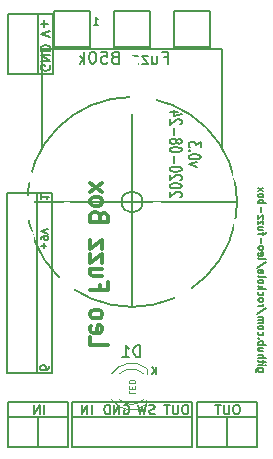
<source format=gbr>
%TF.GenerationSoftware,KiCad,Pcbnew,6.0.0+dfsg1-2*%
%TF.CreationDate,2022-01-11T20:53:16+02:00*%
%TF.ProjectId,leo-fuzz-box,6c656f2d-6675-47a7-9a2d-626f782e6b69,rev?*%
%TF.SameCoordinates,Original*%
%TF.FileFunction,Legend,Bot*%
%TF.FilePolarity,Positive*%
%FSLAX46Y46*%
G04 Gerber Fmt 4.6, Leading zero omitted, Abs format (unit mm)*
G04 Created by KiCad (PCBNEW 6.0.0+dfsg1-2) date 2022-01-11 20:53:16*
%MOMM*%
%LPD*%
G01*
G04 APERTURE LIST*
%ADD10C,0.127000*%
%ADD11C,0.150000*%
%ADD12C,0.300000*%
%ADD13C,0.100000*%
%ADD14C,0.120000*%
%ADD15O,1.930400X1.930400*%
%ADD16R,1.930400X1.930400*%
%ADD17C,1.600000*%
%ADD18O,1.600000X1.600000*%
%ADD19R,2.540000X2.540000*%
%ADD20O,2.540000X2.540000*%
%ADD21R,1.600000X1.600000*%
%ADD22R,2.032000X2.032000*%
%ADD23O,2.032000X2.032000*%
%ADD24R,2.200000X2.200000*%
%ADD25O,2.200000X2.200000*%
%ADD26R,1.800000X1.800000*%
%ADD27C,1.800000*%
G04 APERTURE END LIST*
D10*
X104956085Y-52989028D02*
X104289419Y-52810457D01*
X104956085Y-52631885D01*
X105289419Y-52203314D02*
X105289419Y-52131885D01*
X105241800Y-52060457D01*
X105194180Y-52024742D01*
X105098942Y-51989028D01*
X104908466Y-51953314D01*
X104670371Y-51953314D01*
X104479895Y-51989028D01*
X104384657Y-52024742D01*
X104337038Y-52060457D01*
X104289419Y-52131885D01*
X104289419Y-52203314D01*
X104337038Y-52274742D01*
X104384657Y-52310457D01*
X104479895Y-52346171D01*
X104670371Y-52381885D01*
X104908466Y-52381885D01*
X105098942Y-52346171D01*
X105194180Y-52310457D01*
X105241800Y-52274742D01*
X105289419Y-52203314D01*
X104384657Y-51631885D02*
X104337038Y-51596171D01*
X104289419Y-51631885D01*
X104337038Y-51667600D01*
X104384657Y-51631885D01*
X104289419Y-51631885D01*
X105289419Y-51346171D02*
X105289419Y-50881885D01*
X104908466Y-51131885D01*
X104908466Y-51024742D01*
X104860847Y-50953314D01*
X104813228Y-50917600D01*
X104717990Y-50881885D01*
X104479895Y-50881885D01*
X104384657Y-50917600D01*
X104337038Y-50953314D01*
X104289419Y-51024742D01*
X104289419Y-51239028D01*
X104337038Y-51310457D01*
X104384657Y-51346171D01*
X103584180Y-55560457D02*
X103631800Y-55524742D01*
X103679419Y-55453314D01*
X103679419Y-55274742D01*
X103631800Y-55203314D01*
X103584180Y-55167600D01*
X103488942Y-55131885D01*
X103393704Y-55131885D01*
X103250847Y-55167600D01*
X102679419Y-55596171D01*
X102679419Y-55131885D01*
X103679419Y-54667600D02*
X103679419Y-54596171D01*
X103631800Y-54524742D01*
X103584180Y-54489028D01*
X103488942Y-54453314D01*
X103298466Y-54417600D01*
X103060371Y-54417600D01*
X102869895Y-54453314D01*
X102774657Y-54489028D01*
X102727038Y-54524742D01*
X102679419Y-54596171D01*
X102679419Y-54667600D01*
X102727038Y-54739028D01*
X102774657Y-54774742D01*
X102869895Y-54810457D01*
X103060371Y-54846171D01*
X103298466Y-54846171D01*
X103488942Y-54810457D01*
X103584180Y-54774742D01*
X103631800Y-54739028D01*
X103679419Y-54667600D01*
X103584180Y-54131885D02*
X103631800Y-54096171D01*
X103679419Y-54024742D01*
X103679419Y-53846171D01*
X103631800Y-53774742D01*
X103584180Y-53739028D01*
X103488942Y-53703314D01*
X103393704Y-53703314D01*
X103250847Y-53739028D01*
X102679419Y-54167600D01*
X102679419Y-53703314D01*
X103679419Y-53239028D02*
X103679419Y-53167600D01*
X103631800Y-53096171D01*
X103584180Y-53060457D01*
X103488942Y-53024742D01*
X103298466Y-52989028D01*
X103060371Y-52989028D01*
X102869895Y-53024742D01*
X102774657Y-53060457D01*
X102727038Y-53096171D01*
X102679419Y-53167600D01*
X102679419Y-53239028D01*
X102727038Y-53310457D01*
X102774657Y-53346171D01*
X102869895Y-53381885D01*
X103060371Y-53417600D01*
X103298466Y-53417600D01*
X103488942Y-53381885D01*
X103584180Y-53346171D01*
X103631800Y-53310457D01*
X103679419Y-53239028D01*
X103060371Y-52667600D02*
X103060371Y-52096171D01*
X103679419Y-51596171D02*
X103679419Y-51524742D01*
X103631800Y-51453314D01*
X103584180Y-51417600D01*
X103488942Y-51381885D01*
X103298466Y-51346171D01*
X103060371Y-51346171D01*
X102869895Y-51381885D01*
X102774657Y-51417600D01*
X102727038Y-51453314D01*
X102679419Y-51524742D01*
X102679419Y-51596171D01*
X102727038Y-51667600D01*
X102774657Y-51703314D01*
X102869895Y-51739028D01*
X103060371Y-51774742D01*
X103298466Y-51774742D01*
X103488942Y-51739028D01*
X103584180Y-51703314D01*
X103631800Y-51667600D01*
X103679419Y-51596171D01*
X103250847Y-50917600D02*
X103298466Y-50989028D01*
X103346085Y-51024742D01*
X103441323Y-51060457D01*
X103488942Y-51060457D01*
X103584180Y-51024742D01*
X103631800Y-50989028D01*
X103679419Y-50917600D01*
X103679419Y-50774742D01*
X103631800Y-50703314D01*
X103584180Y-50667600D01*
X103488942Y-50631885D01*
X103441323Y-50631885D01*
X103346085Y-50667600D01*
X103298466Y-50703314D01*
X103250847Y-50774742D01*
X103250847Y-50917600D01*
X103203228Y-50989028D01*
X103155609Y-51024742D01*
X103060371Y-51060457D01*
X102869895Y-51060457D01*
X102774657Y-51024742D01*
X102727038Y-50989028D01*
X102679419Y-50917600D01*
X102679419Y-50774742D01*
X102727038Y-50703314D01*
X102774657Y-50667600D01*
X102869895Y-50631885D01*
X103060371Y-50631885D01*
X103155609Y-50667600D01*
X103203228Y-50703314D01*
X103250847Y-50774742D01*
X103060371Y-50310457D02*
X103060371Y-49739028D01*
X103584180Y-49417600D02*
X103631800Y-49381885D01*
X103679419Y-49310457D01*
X103679419Y-49131885D01*
X103631800Y-49060457D01*
X103584180Y-49024742D01*
X103488942Y-48989028D01*
X103393704Y-48989028D01*
X103250847Y-49024742D01*
X102679419Y-49453314D01*
X102679419Y-48989028D01*
X103346085Y-48346171D02*
X102679419Y-48346171D01*
X103727038Y-48524742D02*
X103012752Y-48703314D01*
X103012752Y-48239028D01*
X96246971Y-40962228D02*
X96589828Y-40962228D01*
X96418400Y-40962228D02*
X96418400Y-40362228D01*
X96475542Y-40447942D01*
X96532685Y-40505085D01*
X96589828Y-40533657D01*
D11*
X92006742Y-59902628D02*
X92006742Y-59445485D01*
X91778171Y-59674057D02*
X92235314Y-59674057D01*
X91778171Y-59131200D02*
X91778171Y-59016914D01*
X91806742Y-58959771D01*
X91835314Y-58931200D01*
X91921028Y-58874057D01*
X92035314Y-58845485D01*
X92263885Y-58845485D01*
X92321028Y-58874057D01*
X92349600Y-58902628D01*
X92378171Y-58959771D01*
X92378171Y-59074057D01*
X92349600Y-59131200D01*
X92321028Y-59159771D01*
X92263885Y-59188342D01*
X92121028Y-59188342D01*
X92063885Y-59159771D01*
X92035314Y-59131200D01*
X92006742Y-59074057D01*
X92006742Y-58959771D01*
X92035314Y-58902628D01*
X92063885Y-58874057D01*
X92121028Y-58845485D01*
X92378171Y-58674057D02*
X91778171Y-58474057D01*
X92378171Y-58274057D01*
D12*
X95968428Y-67448933D02*
X95968428Y-68115600D01*
X97468428Y-68115600D01*
X96039857Y-66448933D02*
X95968428Y-66582266D01*
X95968428Y-66848933D01*
X96039857Y-66982266D01*
X96182714Y-67048933D01*
X96754142Y-67048933D01*
X96897000Y-66982266D01*
X96968428Y-66848933D01*
X96968428Y-66582266D01*
X96897000Y-66448933D01*
X96754142Y-66382266D01*
X96611285Y-66382266D01*
X96468428Y-67048933D01*
X95968428Y-65582266D02*
X96039857Y-65715600D01*
X96111285Y-65782266D01*
X96254142Y-65848933D01*
X96682714Y-65848933D01*
X96825571Y-65782266D01*
X96897000Y-65715600D01*
X96968428Y-65582266D01*
X96968428Y-65382266D01*
X96897000Y-65248933D01*
X96825571Y-65182266D01*
X96682714Y-65115600D01*
X96254142Y-65115600D01*
X96111285Y-65182266D01*
X96039857Y-65248933D01*
X95968428Y-65382266D01*
X95968428Y-65582266D01*
X96754142Y-62982266D02*
X96754142Y-63448933D01*
X95968428Y-63448933D02*
X97468428Y-63448933D01*
X97468428Y-62782266D01*
X96968428Y-61648933D02*
X95968428Y-61648933D01*
X96968428Y-62248933D02*
X96182714Y-62248933D01*
X96039857Y-62182266D01*
X95968428Y-62048933D01*
X95968428Y-61848933D01*
X96039857Y-61715600D01*
X96111285Y-61648933D01*
X96968428Y-61115600D02*
X96968428Y-60382266D01*
X95968428Y-61115600D01*
X95968428Y-60382266D01*
X96968428Y-59982266D02*
X96968428Y-59248933D01*
X95968428Y-59982266D01*
X95968428Y-59248933D01*
X96754142Y-57182266D02*
X96682714Y-56982266D01*
X96611285Y-56915600D01*
X96468428Y-56848933D01*
X96254142Y-56848933D01*
X96111285Y-56915600D01*
X96039857Y-56982266D01*
X95968428Y-57115600D01*
X95968428Y-57648933D01*
X97468428Y-57648933D01*
X97468428Y-57182266D01*
X97397000Y-57048933D01*
X97325571Y-56982266D01*
X97182714Y-56915600D01*
X97039857Y-56915600D01*
X96897000Y-56982266D01*
X96825571Y-57048933D01*
X96754142Y-57182266D01*
X96754142Y-57648933D01*
X95968428Y-56048933D02*
X96039857Y-56182266D01*
X96111285Y-56248933D01*
X96254142Y-56315600D01*
X96682714Y-56315600D01*
X96825571Y-56248933D01*
X96897000Y-56182266D01*
X96968428Y-56048933D01*
X96968428Y-55848933D01*
X96897000Y-55715600D01*
X96825571Y-55648933D01*
X96682714Y-55582266D01*
X96254142Y-55582266D01*
X96111285Y-55648933D01*
X96039857Y-55715600D01*
X95968428Y-55848933D01*
X95968428Y-56048933D01*
X95968428Y-55115600D02*
X96968428Y-54382266D01*
X96968428Y-55115600D02*
X95968428Y-54382266D01*
D11*
X92432933Y-69894466D02*
X92432933Y-70027800D01*
X92399600Y-70094466D01*
X92366266Y-70127800D01*
X92266266Y-70194466D01*
X92132933Y-70227800D01*
X91866266Y-70227800D01*
X91799600Y-70194466D01*
X91766266Y-70161133D01*
X91732933Y-70094466D01*
X91732933Y-69961133D01*
X91766266Y-69894466D01*
X91799600Y-69861133D01*
X91866266Y-69827800D01*
X92032933Y-69827800D01*
X92099600Y-69861133D01*
X92132933Y-69894466D01*
X92166266Y-69961133D01*
X92166266Y-70094466D01*
X92132933Y-70161133D01*
X92099600Y-70194466D01*
X92032933Y-70227800D01*
D10*
X110593171Y-70085600D02*
X110107457Y-70085600D01*
X110050314Y-70114171D01*
X110021742Y-70142742D01*
X109993171Y-70199885D01*
X109993171Y-70285600D01*
X110021742Y-70342742D01*
X110221742Y-70085600D02*
X110193171Y-70142742D01*
X110193171Y-70257028D01*
X110221742Y-70314171D01*
X110250314Y-70342742D01*
X110307457Y-70371314D01*
X110478885Y-70371314D01*
X110536028Y-70342742D01*
X110564600Y-70314171D01*
X110593171Y-70257028D01*
X110593171Y-70142742D01*
X110564600Y-70085600D01*
X110193171Y-69799885D02*
X110593171Y-69799885D01*
X110793171Y-69799885D02*
X110764600Y-69828457D01*
X110736028Y-69799885D01*
X110764600Y-69771314D01*
X110793171Y-69799885D01*
X110736028Y-69799885D01*
X110593171Y-69599885D02*
X110593171Y-69371314D01*
X110793171Y-69514171D02*
X110278885Y-69514171D01*
X110221742Y-69485600D01*
X110193171Y-69428457D01*
X110193171Y-69371314D01*
X110193171Y-69171314D02*
X110793171Y-69171314D01*
X110193171Y-68914171D02*
X110507457Y-68914171D01*
X110564600Y-68942742D01*
X110593171Y-68999885D01*
X110593171Y-69085600D01*
X110564600Y-69142742D01*
X110536028Y-69171314D01*
X110593171Y-68371314D02*
X110193171Y-68371314D01*
X110593171Y-68628457D02*
X110278885Y-68628457D01*
X110221742Y-68599885D01*
X110193171Y-68542742D01*
X110193171Y-68457028D01*
X110221742Y-68399885D01*
X110250314Y-68371314D01*
X110193171Y-68085600D02*
X110793171Y-68085600D01*
X110564600Y-68085600D02*
X110593171Y-68028457D01*
X110593171Y-67914171D01*
X110564600Y-67857028D01*
X110536028Y-67828457D01*
X110478885Y-67799885D01*
X110307457Y-67799885D01*
X110250314Y-67828457D01*
X110221742Y-67857028D01*
X110193171Y-67914171D01*
X110193171Y-68028457D01*
X110221742Y-68085600D01*
X110250314Y-67542742D02*
X110221742Y-67514171D01*
X110193171Y-67542742D01*
X110221742Y-67571314D01*
X110250314Y-67542742D01*
X110193171Y-67542742D01*
X110221742Y-66999885D02*
X110193171Y-67057028D01*
X110193171Y-67171314D01*
X110221742Y-67228457D01*
X110250314Y-67257028D01*
X110307457Y-67285600D01*
X110478885Y-67285600D01*
X110536028Y-67257028D01*
X110564600Y-67228457D01*
X110593171Y-67171314D01*
X110593171Y-67057028D01*
X110564600Y-66999885D01*
X110193171Y-66657028D02*
X110221742Y-66714171D01*
X110250314Y-66742742D01*
X110307457Y-66771314D01*
X110478885Y-66771314D01*
X110536028Y-66742742D01*
X110564600Y-66714171D01*
X110593171Y-66657028D01*
X110593171Y-66571314D01*
X110564600Y-66514171D01*
X110536028Y-66485600D01*
X110478885Y-66457028D01*
X110307457Y-66457028D01*
X110250314Y-66485600D01*
X110221742Y-66514171D01*
X110193171Y-66571314D01*
X110193171Y-66657028D01*
X110193171Y-66199885D02*
X110593171Y-66199885D01*
X110536028Y-66199885D02*
X110564600Y-66171314D01*
X110593171Y-66114171D01*
X110593171Y-66028457D01*
X110564600Y-65971314D01*
X110507457Y-65942742D01*
X110193171Y-65942742D01*
X110507457Y-65942742D02*
X110564600Y-65914171D01*
X110593171Y-65857028D01*
X110593171Y-65771314D01*
X110564600Y-65714171D01*
X110507457Y-65685600D01*
X110193171Y-65685600D01*
X110821742Y-64971314D02*
X110050314Y-65485600D01*
X110193171Y-64771314D02*
X110593171Y-64771314D01*
X110478885Y-64771314D02*
X110536028Y-64742742D01*
X110564600Y-64714171D01*
X110593171Y-64657028D01*
X110593171Y-64599885D01*
X110193171Y-64314171D02*
X110221742Y-64371314D01*
X110250314Y-64399885D01*
X110307457Y-64428457D01*
X110478885Y-64428457D01*
X110536028Y-64399885D01*
X110564600Y-64371314D01*
X110593171Y-64314171D01*
X110593171Y-64228457D01*
X110564600Y-64171314D01*
X110536028Y-64142742D01*
X110478885Y-64114171D01*
X110307457Y-64114171D01*
X110250314Y-64142742D01*
X110221742Y-64171314D01*
X110193171Y-64228457D01*
X110193171Y-64314171D01*
X110221742Y-63599885D02*
X110193171Y-63657028D01*
X110193171Y-63771314D01*
X110221742Y-63828457D01*
X110250314Y-63857028D01*
X110307457Y-63885600D01*
X110478885Y-63885600D01*
X110536028Y-63857028D01*
X110564600Y-63828457D01*
X110593171Y-63771314D01*
X110593171Y-63657028D01*
X110564600Y-63599885D01*
X110193171Y-63342742D02*
X110793171Y-63342742D01*
X110421742Y-63285600D02*
X110193171Y-63114171D01*
X110593171Y-63114171D02*
X110364600Y-63342742D01*
X110193171Y-62771314D02*
X110221742Y-62828457D01*
X110250314Y-62857028D01*
X110307457Y-62885600D01*
X110478885Y-62885600D01*
X110536028Y-62857028D01*
X110564600Y-62828457D01*
X110593171Y-62771314D01*
X110593171Y-62685600D01*
X110564600Y-62628457D01*
X110536028Y-62599885D01*
X110478885Y-62571314D01*
X110307457Y-62571314D01*
X110250314Y-62599885D01*
X110221742Y-62628457D01*
X110193171Y-62685600D01*
X110193171Y-62771314D01*
X110193171Y-62228457D02*
X110221742Y-62285600D01*
X110278885Y-62314171D01*
X110793171Y-62314171D01*
X110193171Y-61742742D02*
X110507457Y-61742742D01*
X110564600Y-61771314D01*
X110593171Y-61828457D01*
X110593171Y-61942742D01*
X110564600Y-61999885D01*
X110221742Y-61742742D02*
X110193171Y-61799885D01*
X110193171Y-61942742D01*
X110221742Y-61999885D01*
X110278885Y-62028457D01*
X110336028Y-62028457D01*
X110393171Y-61999885D01*
X110421742Y-61942742D01*
X110421742Y-61799885D01*
X110450314Y-61742742D01*
X110821742Y-61028457D02*
X110050314Y-61542742D01*
X110193171Y-60742742D02*
X110221742Y-60799885D01*
X110278885Y-60828457D01*
X110793171Y-60828457D01*
X110221742Y-60285600D02*
X110193171Y-60342742D01*
X110193171Y-60457028D01*
X110221742Y-60514171D01*
X110278885Y-60542742D01*
X110507457Y-60542742D01*
X110564600Y-60514171D01*
X110593171Y-60457028D01*
X110593171Y-60342742D01*
X110564600Y-60285600D01*
X110507457Y-60257028D01*
X110450314Y-60257028D01*
X110393171Y-60542742D01*
X110193171Y-59914171D02*
X110221742Y-59971314D01*
X110250314Y-59999885D01*
X110307457Y-60028457D01*
X110478885Y-60028457D01*
X110536028Y-59999885D01*
X110564600Y-59971314D01*
X110593171Y-59914171D01*
X110593171Y-59828457D01*
X110564600Y-59771314D01*
X110536028Y-59742742D01*
X110478885Y-59714171D01*
X110307457Y-59714171D01*
X110250314Y-59742742D01*
X110221742Y-59771314D01*
X110193171Y-59828457D01*
X110193171Y-59914171D01*
X110421742Y-59457028D02*
X110421742Y-58999885D01*
X110593171Y-58799885D02*
X110593171Y-58571314D01*
X110193171Y-58714171D02*
X110707457Y-58714171D01*
X110764600Y-58685600D01*
X110793171Y-58628457D01*
X110793171Y-58571314D01*
X110593171Y-58114171D02*
X110193171Y-58114171D01*
X110593171Y-58371314D02*
X110278885Y-58371314D01*
X110221742Y-58342742D01*
X110193171Y-58285600D01*
X110193171Y-58199885D01*
X110221742Y-58142742D01*
X110250314Y-58114171D01*
X110593171Y-57885600D02*
X110593171Y-57571314D01*
X110193171Y-57885600D01*
X110193171Y-57571314D01*
X110593171Y-57399885D02*
X110593171Y-57085600D01*
X110193171Y-57399885D01*
X110193171Y-57085600D01*
X110421742Y-56857028D02*
X110421742Y-56399885D01*
X110193171Y-56114171D02*
X110793171Y-56114171D01*
X110564600Y-56114171D02*
X110593171Y-56057028D01*
X110593171Y-55942742D01*
X110564600Y-55885600D01*
X110536028Y-55857028D01*
X110478885Y-55828457D01*
X110307457Y-55828457D01*
X110250314Y-55857028D01*
X110221742Y-55885600D01*
X110193171Y-55942742D01*
X110193171Y-56057028D01*
X110221742Y-56114171D01*
X110193171Y-55485600D02*
X110221742Y-55542742D01*
X110250314Y-55571314D01*
X110307457Y-55599885D01*
X110478885Y-55599885D01*
X110536028Y-55571314D01*
X110564600Y-55542742D01*
X110593171Y-55485600D01*
X110593171Y-55399885D01*
X110564600Y-55342742D01*
X110536028Y-55314171D01*
X110478885Y-55285600D01*
X110307457Y-55285600D01*
X110250314Y-55314171D01*
X110221742Y-55342742D01*
X110193171Y-55399885D01*
X110193171Y-55485600D01*
X110193171Y-55085600D02*
X110593171Y-54771314D01*
X110593171Y-55085600D02*
X110193171Y-54771314D01*
D11*
X91783733Y-55324400D02*
X91783733Y-55724400D01*
X91783733Y-55524400D02*
X92483733Y-55524400D01*
X92383733Y-55591066D01*
X92317066Y-55657733D01*
X92283733Y-55724400D01*
%TO.C,J1*%
X92036847Y-73945704D02*
X92036847Y-73145704D01*
X91655895Y-73945704D02*
X91655895Y-73145704D01*
X91198752Y-73945704D01*
X91198752Y-73145704D01*
%TO.C,RV6*%
X102163142Y-43743571D02*
X102496476Y-43743571D01*
X102496476Y-44267380D02*
X102496476Y-43267380D01*
X102020285Y-43267380D01*
X101210761Y-43600714D02*
X101210761Y-44267380D01*
X101639333Y-43600714D02*
X101639333Y-44124523D01*
X101591714Y-44219761D01*
X101496476Y-44267380D01*
X101353619Y-44267380D01*
X101258380Y-44219761D01*
X101210761Y-44172142D01*
X100829809Y-43600714D02*
X100306000Y-43600714D01*
X100829809Y-44267380D01*
X100306000Y-44267380D01*
X100020285Y-43600714D02*
X99496476Y-43600714D01*
X100020285Y-44267380D01*
X99496476Y-44267380D01*
X98020285Y-43743571D02*
X97877428Y-43791190D01*
X97829809Y-43838809D01*
X97782190Y-43934047D01*
X97782190Y-44076904D01*
X97829809Y-44172142D01*
X97877428Y-44219761D01*
X97972666Y-44267380D01*
X98353619Y-44267380D01*
X98353619Y-43267380D01*
X98020285Y-43267380D01*
X97925047Y-43315000D01*
X97877428Y-43362619D01*
X97829809Y-43457857D01*
X97829809Y-43553095D01*
X97877428Y-43648333D01*
X97925047Y-43695952D01*
X98020285Y-43743571D01*
X98353619Y-43743571D01*
X96877428Y-43267380D02*
X97353619Y-43267380D01*
X97401238Y-43743571D01*
X97353619Y-43695952D01*
X97258380Y-43648333D01*
X97020285Y-43648333D01*
X96925047Y-43695952D01*
X96877428Y-43743571D01*
X96829809Y-43838809D01*
X96829809Y-44076904D01*
X96877428Y-44172142D01*
X96925047Y-44219761D01*
X97020285Y-44267380D01*
X97258380Y-44267380D01*
X97353619Y-44219761D01*
X97401238Y-44172142D01*
X96210761Y-43267380D02*
X96115523Y-43267380D01*
X96020285Y-43315000D01*
X95972666Y-43362619D01*
X95925047Y-43457857D01*
X95877428Y-43648333D01*
X95877428Y-43886428D01*
X95925047Y-44076904D01*
X95972666Y-44172142D01*
X96020285Y-44219761D01*
X96115523Y-44267380D01*
X96210761Y-44267380D01*
X96306000Y-44219761D01*
X96353619Y-44172142D01*
X96401238Y-44076904D01*
X96448857Y-43886428D01*
X96448857Y-43648333D01*
X96401238Y-43457857D01*
X96353619Y-43362619D01*
X96306000Y-43315000D01*
X96210761Y-43267380D01*
X95448857Y-44267380D02*
X95448857Y-43267380D01*
X95353619Y-43886428D02*
X95067904Y-44267380D01*
X95067904Y-43600714D02*
X95448857Y-43981666D01*
%TO.C,J4*%
X92563895Y-42011504D02*
X91763895Y-41744838D01*
X92563895Y-41478171D01*
X92068657Y-41211504D02*
X92068657Y-40601980D01*
X91763895Y-40906742D02*
X92373419Y-40906742D01*
X92525800Y-44399123D02*
X92563895Y-44475314D01*
X92563895Y-44589600D01*
X92525800Y-44703885D01*
X92449609Y-44780076D01*
X92373419Y-44818171D01*
X92221038Y-44856266D01*
X92106752Y-44856266D01*
X91954371Y-44818171D01*
X91878180Y-44780076D01*
X91801990Y-44703885D01*
X91763895Y-44589600D01*
X91763895Y-44513409D01*
X91801990Y-44399123D01*
X91840085Y-44361028D01*
X92106752Y-44361028D01*
X92106752Y-44513409D01*
X91763895Y-44018171D02*
X92563895Y-44018171D01*
X91763895Y-43561028D01*
X92563895Y-43561028D01*
X91763895Y-43180076D02*
X92563895Y-43180076D01*
X92563895Y-42989600D01*
X92525800Y-42875314D01*
X92449609Y-42799123D01*
X92373419Y-42761028D01*
X92221038Y-42722933D01*
X92106752Y-42722933D01*
X91954371Y-42761028D01*
X91878180Y-42799123D01*
X91801990Y-42875314D01*
X91763895Y-42989600D01*
X91763895Y-43180076D01*
%TO.C,J2*%
X101422114Y-73907609D02*
X101307828Y-73945704D01*
X101117352Y-73945704D01*
X101041161Y-73907609D01*
X101003066Y-73869514D01*
X100964971Y-73793323D01*
X100964971Y-73717133D01*
X101003066Y-73640942D01*
X101041161Y-73602847D01*
X101117352Y-73564752D01*
X101269733Y-73526657D01*
X101345923Y-73488561D01*
X101384019Y-73450466D01*
X101422114Y-73374276D01*
X101422114Y-73298085D01*
X101384019Y-73221895D01*
X101345923Y-73183800D01*
X101269733Y-73145704D01*
X101079257Y-73145704D01*
X100964971Y-73183800D01*
X100698304Y-73145704D02*
X100507828Y-73945704D01*
X100355447Y-73374276D01*
X100203066Y-73945704D01*
X100012590Y-73145704D01*
X104076400Y-73145704D02*
X103924019Y-73145704D01*
X103847828Y-73183800D01*
X103771638Y-73259990D01*
X103733542Y-73412371D01*
X103733542Y-73679038D01*
X103771638Y-73831419D01*
X103847828Y-73907609D01*
X103924019Y-73945704D01*
X104076400Y-73945704D01*
X104152590Y-73907609D01*
X104228780Y-73831419D01*
X104266876Y-73679038D01*
X104266876Y-73412371D01*
X104228780Y-73259990D01*
X104152590Y-73183800D01*
X104076400Y-73145704D01*
X103390685Y-73145704D02*
X103390685Y-73793323D01*
X103352590Y-73869514D01*
X103314495Y-73907609D01*
X103238304Y-73945704D01*
X103085923Y-73945704D01*
X103009733Y-73907609D01*
X102971638Y-73869514D01*
X102933542Y-73793323D01*
X102933542Y-73145704D01*
X102666876Y-73145704D02*
X102209733Y-73145704D01*
X102438304Y-73945704D02*
X102438304Y-73145704D01*
X96075447Y-73945704D02*
X96075447Y-73145704D01*
X95694495Y-73945704D02*
X95694495Y-73145704D01*
X95237352Y-73945704D01*
X95237352Y-73145704D01*
X98805923Y-73183800D02*
X98882114Y-73145704D01*
X98996400Y-73145704D01*
X99110685Y-73183800D01*
X99186876Y-73259990D01*
X99224971Y-73336180D01*
X99263066Y-73488561D01*
X99263066Y-73602847D01*
X99224971Y-73755228D01*
X99186876Y-73831419D01*
X99110685Y-73907609D01*
X98996400Y-73945704D01*
X98920209Y-73945704D01*
X98805923Y-73907609D01*
X98767828Y-73869514D01*
X98767828Y-73602847D01*
X98920209Y-73602847D01*
X98424971Y-73945704D02*
X98424971Y-73145704D01*
X97967828Y-73945704D01*
X97967828Y-73145704D01*
X97586876Y-73945704D02*
X97586876Y-73145704D01*
X97396400Y-73145704D01*
X97282114Y-73183800D01*
X97205923Y-73259990D01*
X97167828Y-73336180D01*
X97129733Y-73488561D01*
X97129733Y-73602847D01*
X97167828Y-73755228D01*
X97205923Y-73831419D01*
X97282114Y-73907609D01*
X97396400Y-73945704D01*
X97586876Y-73945704D01*
%TO.C,J3*%
X108419800Y-73145704D02*
X108267419Y-73145704D01*
X108191228Y-73183800D01*
X108115038Y-73259990D01*
X108076942Y-73412371D01*
X108076942Y-73679038D01*
X108115038Y-73831419D01*
X108191228Y-73907609D01*
X108267419Y-73945704D01*
X108419800Y-73945704D01*
X108495990Y-73907609D01*
X108572180Y-73831419D01*
X108610276Y-73679038D01*
X108610276Y-73412371D01*
X108572180Y-73259990D01*
X108495990Y-73183800D01*
X108419800Y-73145704D01*
X107734085Y-73145704D02*
X107734085Y-73793323D01*
X107695990Y-73869514D01*
X107657895Y-73907609D01*
X107581704Y-73945704D01*
X107429323Y-73945704D01*
X107353133Y-73907609D01*
X107315038Y-73869514D01*
X107276942Y-73793323D01*
X107276942Y-73145704D01*
X107010276Y-73145704D02*
X106553133Y-73145704D01*
X106781704Y-73945704D02*
X106781704Y-73145704D01*
%TO.C,D1*%
X100179095Y-69120380D02*
X100179095Y-68120380D01*
X99941000Y-68120380D01*
X99798142Y-68168000D01*
X99702904Y-68263238D01*
X99655285Y-68358476D01*
X99607666Y-68548952D01*
X99607666Y-68691809D01*
X99655285Y-68882285D01*
X99702904Y-68977523D01*
X99798142Y-69072761D01*
X99941000Y-69120380D01*
X100179095Y-69120380D01*
X98655285Y-69120380D02*
X99226714Y-69120380D01*
X98941000Y-69120380D02*
X98941000Y-68120380D01*
X99036238Y-68263238D01*
X99131476Y-68358476D01*
X99226714Y-68406095D01*
D13*
X99240209Y-71949428D02*
X99240209Y-72187523D01*
X99740209Y-72187523D01*
X99502114Y-71782761D02*
X99502114Y-71616095D01*
X99240209Y-71544666D02*
X99240209Y-71782761D01*
X99740209Y-71782761D01*
X99740209Y-71544666D01*
X99240209Y-71330380D02*
X99740209Y-71330380D01*
X99740209Y-71211333D01*
X99716400Y-71139904D01*
X99668780Y-71092285D01*
X99621161Y-71068476D01*
X99525923Y-71044666D01*
X99454495Y-71044666D01*
X99359257Y-71068476D01*
X99311638Y-71092285D01*
X99264019Y-71139904D01*
X99240209Y-71211333D01*
X99240209Y-71330380D01*
D10*
X101528542Y-69934171D02*
X101528542Y-70534171D01*
X101185685Y-69934171D02*
X101442828Y-70277028D01*
X101185685Y-70534171D02*
X101528542Y-70191314D01*
%TO.C,J1*%
X94030800Y-76758800D02*
X91490800Y-76758800D01*
X91490800Y-74218800D02*
X88950800Y-74218800D01*
X94030800Y-72948800D02*
X88950800Y-72948800D01*
X94030800Y-74218800D02*
X91490800Y-74218800D01*
X94030800Y-74218800D02*
X94030800Y-72948800D01*
X94030800Y-76758800D02*
X94030800Y-74218800D01*
X91490800Y-74218800D02*
X91490800Y-76758800D01*
X88950800Y-72948800D02*
X88950800Y-74218800D01*
X88950800Y-74218800D02*
X88950800Y-76758800D01*
X91490800Y-76758800D02*
X88950800Y-76758800D01*
%TO.C,RV6*%
X103047800Y-39852600D02*
X103047800Y-42900600D01*
X101015800Y-39852600D02*
X97967800Y-39852600D01*
X95935800Y-39852600D02*
X92887800Y-39852600D01*
X95935800Y-42900600D02*
X92887800Y-42900600D01*
X106095800Y-42900600D02*
X106095800Y-39852600D01*
X99491800Y-47091600D02*
X99491800Y-64871600D01*
X106095800Y-39852600D02*
X103047800Y-39852600D01*
X106095800Y-42900600D02*
X103047800Y-42900600D01*
X101015800Y-42900600D02*
X101015800Y-39852600D01*
X97967800Y-39852600D02*
X97967800Y-42900600D01*
X107111800Y-51536600D02*
X107111800Y-43027600D01*
X108381800Y-55981600D02*
X90601800Y-55981600D01*
X91871800Y-43027600D02*
X91871800Y-51536600D01*
X92887800Y-39852600D02*
X92887800Y-42900600D01*
X107111800Y-43027600D02*
X91871800Y-43027600D01*
X95935800Y-42900600D02*
X95935800Y-39852600D01*
X101015800Y-42900600D02*
X97967800Y-42900600D01*
X99491800Y-47091600D02*
G75*
G03*
X90601800Y-55981600I0J-8890000D01*
G01*
X108381800Y-55981600D02*
G75*
G03*
X99491800Y-47091600I-8890000J0D01*
G01*
X99491798Y-64871600D02*
G75*
G03*
X108381800Y-55981600I101J8889901D01*
G01*
X90601800Y-55981598D02*
G75*
G03*
X99491800Y-64871600I8889901J-101D01*
G01*
X100389800Y-55981600D02*
G75*
G03*
X100389800Y-55981600I-898000J0D01*
G01*
%TO.C,J4*%
X88950800Y-40106600D02*
X91490800Y-40106600D01*
X88950800Y-45186600D02*
X91490800Y-45186600D01*
X91490800Y-45186600D02*
X92760800Y-45186600D01*
X91490800Y-45186600D02*
X91490800Y-40106600D01*
X91490800Y-40106600D02*
X92760800Y-40106600D01*
X88950800Y-40106600D02*
X88950800Y-45186600D01*
X92760800Y-40106600D02*
X92760800Y-45186600D01*
%TO.C,J2*%
X104546400Y-74218800D02*
X94386400Y-74218800D01*
X94386400Y-76758800D02*
X94386400Y-74218800D01*
X94386400Y-72948800D02*
X104546400Y-72948800D01*
X104546400Y-74218800D02*
X104546400Y-72948800D01*
X94386400Y-74218800D02*
X94386400Y-72948800D01*
X104546400Y-76758800D02*
X104546400Y-74218800D01*
X94386400Y-76758800D02*
X104546400Y-76758800D01*
%TO.C,J3*%
X110032800Y-74218800D02*
X107492800Y-74218800D01*
X110032800Y-72948800D02*
X104952800Y-72948800D01*
X110032800Y-76758800D02*
X110032800Y-74218800D01*
X107492800Y-76758800D02*
X104952800Y-76758800D01*
X110032800Y-76758800D02*
X107492800Y-76758800D01*
X107492800Y-74218800D02*
X107492800Y-76758800D01*
X104952800Y-72948800D02*
X104952800Y-74218800D01*
X104952800Y-74218800D02*
X104952800Y-76758800D01*
X107492800Y-74218800D02*
X104952800Y-74218800D01*
X110032800Y-74218800D02*
X110032800Y-72948800D01*
%TO.C,SW1*%
X92735400Y-55194200D02*
X91465400Y-55194200D01*
X91465400Y-70434200D02*
X92735400Y-70434200D01*
X92735400Y-70434200D02*
X92735400Y-55194200D01*
X91465400Y-70434200D02*
X91465400Y-55194200D01*
X88925400Y-55194200D02*
X88925400Y-70434200D01*
X88925400Y-55194200D02*
X91465400Y-55194200D01*
X91465400Y-70434200D02*
X88925400Y-70434200D01*
D14*
%TO.C,D1*%
X100761800Y-70104000D02*
X100761800Y-70548000D01*
X100711000Y-72745600D02*
X100711000Y-73101200D01*
X97768666Y-72706607D02*
G75*
G03*
X100711000Y-73101200I1639431J1057386D01*
G01*
X98399870Y-72707837D02*
G75*
G03*
X100481961Y-72708000I1041130J1079837D01*
G01*
X100481961Y-70548000D02*
G75*
G03*
X98399870Y-70548163I-1040961J-1080000D01*
G01*
X100711000Y-70053200D02*
G75*
G03*
X97768666Y-70549392I-1244679J-1591132D01*
G01*
%TD*%
%LPC*%
D15*
%TO.C,J1*%
X92760800Y-75488800D03*
D16*
X90220800Y-75488800D03*
%TD*%
D17*
%TO.C,R7*%
X90271600Y-50622200D03*
D18*
X97891600Y-50622200D03*
%TD*%
D19*
%TO.C,RV6*%
X94411800Y-41376600D03*
D20*
X99491800Y-41376600D03*
X104571800Y-41376600D03*
%TD*%
D17*
%TO.C,R9*%
X93954600Y-68961000D03*
D18*
X101574600Y-68961000D03*
%TD*%
D17*
%TO.C,C1*%
X90246200Y-72009000D03*
X95246200Y-72009000D03*
%TD*%
D16*
%TO.C,J4*%
X90220800Y-41376600D03*
D15*
X90220800Y-43916600D03*
%TD*%
D16*
%TO.C,J2*%
X95656400Y-75488800D03*
D15*
X98196400Y-75488800D03*
X100736400Y-75488800D03*
X103276400Y-75488800D03*
%TD*%
D17*
%TO.C,C4*%
X109270800Y-42418000D03*
X109270800Y-47418000D03*
%TD*%
%TO.C,C3*%
X109067600Y-68300600D03*
X104067600Y-68300600D03*
%TD*%
D21*
%TO.C,C5*%
X103505000Y-46050200D03*
D17*
X106005000Y-46050200D03*
%TD*%
D16*
%TO.C,Q1*%
X109093000Y-58318400D03*
D15*
X106553000Y-58318400D03*
X104013000Y-58318400D03*
%TD*%
%TO.C,J3*%
X108762800Y-75488800D03*
D16*
X106222800Y-75488800D03*
%TD*%
D17*
%TO.C,R5*%
X101219000Y-50622200D03*
D18*
X108839000Y-50622200D03*
%TD*%
D17*
%TO.C,R2*%
X93980000Y-56769000D03*
D18*
X101600000Y-56769000D03*
%TD*%
D16*
%TO.C,Q2*%
X109118400Y-64185800D03*
D15*
X106578400Y-64185800D03*
X104038400Y-64185800D03*
%TD*%
D22*
%TO.C,SW1*%
X90195400Y-56464200D03*
D23*
X90195400Y-59004200D03*
X90195400Y-61544200D03*
X90195400Y-64084200D03*
X90195400Y-66624200D03*
X90195400Y-69164200D03*
%TD*%
D17*
%TO.C,R8*%
X101574600Y-65938400D03*
D18*
X93954600Y-65938400D03*
%TD*%
D17*
%TO.C,R99*%
X101600000Y-62865000D03*
D18*
X93980000Y-62865000D03*
%TD*%
D17*
%TO.C,R4*%
X97891600Y-53670200D03*
D18*
X90271600Y-53670200D03*
%TD*%
D17*
%TO.C,C2*%
X99212400Y-44323000D03*
X94212400Y-44323000D03*
%TD*%
%TO.C,R1*%
X93980000Y-59817000D03*
D18*
X101600000Y-59817000D03*
%TD*%
D24*
%TO.C,D2*%
X100431600Y-47472600D03*
D25*
X90271600Y-47472600D03*
%TD*%
D17*
%TO.C,R3*%
X101219000Y-53670200D03*
D18*
X108839000Y-53670200D03*
%TD*%
D26*
%TO.C,D1*%
X100711000Y-71628000D03*
D27*
X98171000Y-71628000D03*
%TD*%
M02*

</source>
